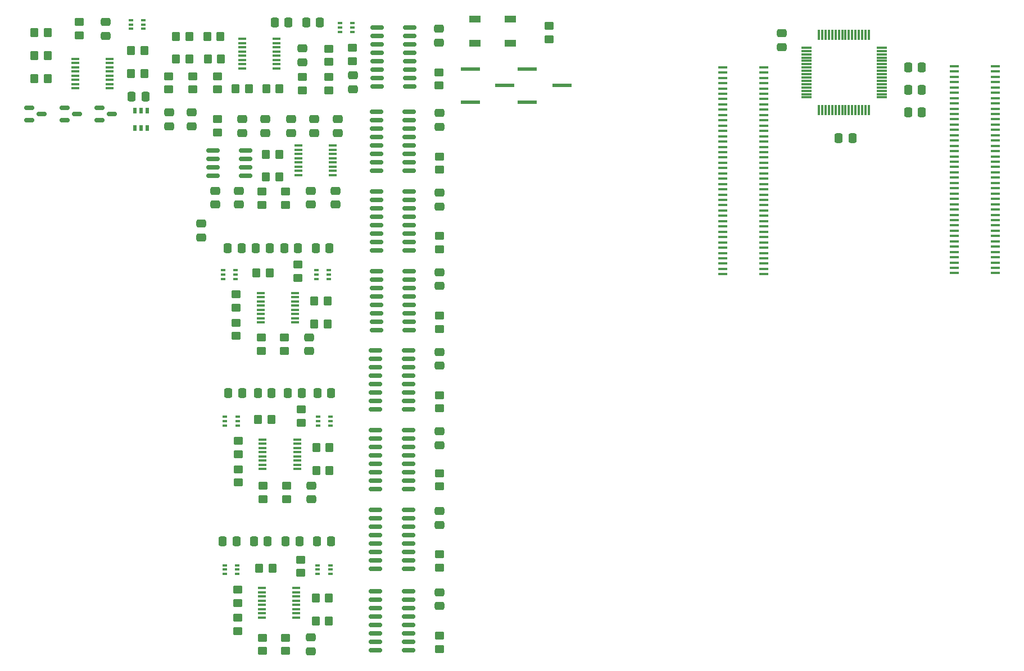
<source format=gbr>
%TF.GenerationSoftware,KiCad,Pcbnew,(6.0.8-1)-1*%
%TF.CreationDate,2022-11-09T12:39:36-05:00*%
%TF.ProjectId,HermEIS,4865726d-4549-4532-9e6b-696361645f70,rev?*%
%TF.SameCoordinates,Original*%
%TF.FileFunction,Paste,Top*%
%TF.FilePolarity,Positive*%
%FSLAX46Y46*%
G04 Gerber Fmt 4.6, Leading zero omitted, Abs format (unit mm)*
G04 Created by KiCad (PCBNEW (6.0.8-1)-1) date 2022-11-09 12:39:36*
%MOMM*%
%LPD*%
G01*
G04 APERTURE LIST*
G04 Aperture macros list*
%AMRoundRect*
0 Rectangle with rounded corners*
0 $1 Rounding radius*
0 $2 $3 $4 $5 $6 $7 $8 $9 X,Y pos of 4 corners*
0 Add a 4 corners polygon primitive as box body*
4,1,4,$2,$3,$4,$5,$6,$7,$8,$9,$2,$3,0*
0 Add four circle primitives for the rounded corners*
1,1,$1+$1,$2,$3*
1,1,$1+$1,$4,$5*
1,1,$1+$1,$6,$7*
1,1,$1+$1,$8,$9*
0 Add four rect primitives between the rounded corners*
20,1,$1+$1,$2,$3,$4,$5,0*
20,1,$1+$1,$4,$5,$6,$7,0*
20,1,$1+$1,$6,$7,$8,$9,0*
20,1,$1+$1,$8,$9,$2,$3,0*%
G04 Aperture macros list end*
%ADD10R,0.508000X0.876300*%
%ADD11RoundRect,0.250000X-0.350000X-0.450000X0.350000X-0.450000X0.350000X0.450000X-0.350000X0.450000X0*%
%ADD12RoundRect,0.250000X0.475000X-0.337500X0.475000X0.337500X-0.475000X0.337500X-0.475000X-0.337500X0*%
%ADD13RoundRect,0.250000X-0.337500X-0.475000X0.337500X-0.475000X0.337500X0.475000X-0.337500X0.475000X0*%
%ADD14R,1.447800X0.457200*%
%ADD15R,0.650000X0.400000*%
%ADD16RoundRect,0.250000X-0.475000X0.337500X-0.475000X-0.337500X0.475000X-0.337500X0.475000X0.337500X0*%
%ADD17RoundRect,0.250000X0.450000X-0.350000X0.450000X0.350000X-0.450000X0.350000X-0.450000X-0.350000X0*%
%ADD18RoundRect,0.250000X0.337500X0.475000X-0.337500X0.475000X-0.337500X-0.475000X0.337500X-0.475000X0*%
%ADD19R,2.971800X0.558800*%
%ADD20R,1.200000X0.400000*%
%ADD21RoundRect,0.150000X-0.825000X-0.150000X0.825000X-0.150000X0.825000X0.150000X-0.825000X0.150000X0*%
%ADD22RoundRect,0.250000X-0.450000X0.350000X-0.450000X-0.350000X0.450000X-0.350000X0.450000X0.350000X0*%
%ADD23R,1.701800X0.990600*%
%ADD24RoundRect,0.250000X0.350000X0.450000X-0.350000X0.450000X-0.350000X-0.450000X0.350000X-0.450000X0*%
%ADD25RoundRect,0.150000X-0.587500X-0.150000X0.587500X-0.150000X0.587500X0.150000X-0.587500X0.150000X0*%
%ADD26RoundRect,0.075000X-0.700000X-0.075000X0.700000X-0.075000X0.700000X0.075000X-0.700000X0.075000X0*%
%ADD27RoundRect,0.075000X-0.075000X-0.700000X0.075000X-0.700000X0.075000X0.700000X-0.075000X0.700000X0*%
G04 APERTURE END LIST*
D10*
%TO.C,U9*%
X49730200Y-47669450D03*
X50670000Y-47669450D03*
X51609800Y-47669450D03*
X51609800Y-45040550D03*
X50670000Y-45040550D03*
X49730200Y-45040550D03*
%TD*%
D11*
%TO.C,R46*%
X76970000Y-122005000D03*
X78970000Y-122005000D03*
%TD*%
D12*
%TO.C,C12*%
X45370000Y-33742500D03*
X45370000Y-31667500D03*
%TD*%
D13*
%TO.C,C15*%
X63732500Y-65755000D03*
X65807500Y-65755000D03*
%TD*%
D14*
%TO.C,J19*%
X144506100Y-38503050D03*
X138333900Y-38503050D03*
X144506100Y-39303150D03*
X138333900Y-39303150D03*
X144506100Y-40103250D03*
X138333900Y-40103250D03*
X144506100Y-40903350D03*
X138333900Y-40903350D03*
X144506100Y-41703450D03*
X138333900Y-41703450D03*
X144506100Y-42503550D03*
X138333900Y-42503550D03*
X144506100Y-43303650D03*
X138333900Y-43303650D03*
X144506100Y-44103750D03*
X138333900Y-44103750D03*
X144506100Y-44903850D03*
X138333900Y-44903850D03*
X144506100Y-45703950D03*
X138333900Y-45703950D03*
X144506100Y-46504050D03*
X138333900Y-46504050D03*
X144506100Y-47304150D03*
X138333900Y-47304150D03*
X144506100Y-48104250D03*
X138333900Y-48104250D03*
X144506100Y-48904350D03*
X138333900Y-48904350D03*
X144506100Y-49704450D03*
X138333900Y-49704450D03*
X144506100Y-50504550D03*
X138333900Y-50504550D03*
X144506100Y-51304650D03*
X138333900Y-51304650D03*
X144506100Y-52104750D03*
X138333900Y-52104750D03*
X144506100Y-52904850D03*
X138333900Y-52904850D03*
X144506100Y-53704950D03*
X138333900Y-53704950D03*
X144506100Y-54505050D03*
X138333900Y-54505050D03*
X144506100Y-55305150D03*
X138333900Y-55305150D03*
X144506100Y-56105250D03*
X138333900Y-56105250D03*
X144506100Y-56905350D03*
X138333900Y-56905350D03*
X144506100Y-57705450D03*
X138333900Y-57705450D03*
X144506100Y-58505550D03*
X138333900Y-58505550D03*
X144506100Y-59305650D03*
X138333900Y-59305650D03*
X144506100Y-60105750D03*
X138333900Y-60105750D03*
X144506100Y-60905850D03*
X138333900Y-60905850D03*
X144506100Y-61705950D03*
X138333900Y-61705950D03*
X144506100Y-62506050D03*
X138333900Y-62506050D03*
X144506100Y-63306150D03*
X138333900Y-63306150D03*
X144506100Y-64106250D03*
X138333900Y-64106250D03*
X144506100Y-64906350D03*
X138333900Y-64906350D03*
X144506100Y-65706450D03*
X138333900Y-65706450D03*
X144506100Y-66506550D03*
X138333900Y-66506550D03*
X144506100Y-67306650D03*
X138333900Y-67306650D03*
X144506100Y-68106750D03*
X138333900Y-68106750D03*
X144506100Y-68906850D03*
X138333900Y-68906850D03*
X144506100Y-69706950D03*
X138333900Y-69706950D03*
%TD*%
D12*
%TO.C,C9*%
X54870000Y-47392500D03*
X54870000Y-45317500D03*
%TD*%
D15*
%TO.C,U14*%
X77070000Y-69105000D03*
X77070000Y-69755000D03*
X77070000Y-70405000D03*
X78970000Y-70405000D03*
X78970000Y-69755000D03*
X78970000Y-69105000D03*
%TD*%
D16*
%TO.C,C46*%
X59770000Y-62077500D03*
X59770000Y-64152500D03*
%TD*%
D17*
%TO.C,R3*%
X95620000Y-53955000D03*
X95620000Y-51955000D03*
%TD*%
D11*
%TO.C,R30*%
X68320000Y-91605000D03*
X70320000Y-91605000D03*
%TD*%
D12*
%TO.C,C34*%
X73270000Y-48392500D03*
X73270000Y-46317500D03*
%TD*%
D18*
%TO.C,C30*%
X69757500Y-110005000D03*
X67682500Y-110005000D03*
%TD*%
D17*
%TO.C,R18*%
X68770000Y-81255000D03*
X68770000Y-79255000D03*
%TD*%
D13*
%TO.C,C28*%
X77182500Y-110005000D03*
X79257500Y-110005000D03*
%TD*%
D17*
%TO.C,R25*%
X65320000Y-101105000D03*
X65320000Y-99105000D03*
%TD*%
D19*
%TO.C,SW2*%
X100253800Y-38755000D03*
X105486200Y-41255000D03*
X100253800Y-43755000D03*
%TD*%
D13*
%TO.C,C20*%
X63820000Y-87605000D03*
X65895000Y-87605000D03*
%TD*%
D17*
%TO.C,R9*%
X95620000Y-126205000D03*
X95620000Y-124205000D03*
%TD*%
D11*
%TO.C,R34*%
X60720000Y-37255000D03*
X62720000Y-37255000D03*
%TD*%
D20*
%TO.C,U21*%
X68870000Y-117032500D03*
X68870000Y-117667500D03*
X68870000Y-118302500D03*
X68870000Y-118937500D03*
X68870000Y-119572500D03*
X68870000Y-120207500D03*
X68870000Y-120842500D03*
X68870000Y-121477500D03*
X74070000Y-121477500D03*
X74070000Y-120842500D03*
X74070000Y-120207500D03*
X74070000Y-119572500D03*
X74070000Y-118937500D03*
X74070000Y-118302500D03*
X74070000Y-117667500D03*
X74070000Y-117032500D03*
%TD*%
D17*
%TO.C,R53*%
X62170000Y-48355000D03*
X62170000Y-46355000D03*
%TD*%
D14*
%TO.C,J20*%
X179336100Y-38348050D03*
X173163900Y-38348050D03*
X179336100Y-39148150D03*
X173163900Y-39148150D03*
X179336100Y-39948250D03*
X173163900Y-39948250D03*
X179336100Y-40748350D03*
X173163900Y-40748350D03*
X179336100Y-41548450D03*
X173163900Y-41548450D03*
X179336100Y-42348550D03*
X173163900Y-42348550D03*
X179336100Y-43148650D03*
X173163900Y-43148650D03*
X179336100Y-43948750D03*
X173163900Y-43948750D03*
X179336100Y-44748850D03*
X173163900Y-44748850D03*
X179336100Y-45548950D03*
X173163900Y-45548950D03*
X179336100Y-46349050D03*
X173163900Y-46349050D03*
X179336100Y-47149150D03*
X173163900Y-47149150D03*
X179336100Y-47949250D03*
X173163900Y-47949250D03*
X179336100Y-48749350D03*
X173163900Y-48749350D03*
X179336100Y-49549450D03*
X173163900Y-49549450D03*
X179336100Y-50349550D03*
X173163900Y-50349550D03*
X179336100Y-51149650D03*
X173163900Y-51149650D03*
X179336100Y-51949750D03*
X173163900Y-51949750D03*
X179336100Y-52749850D03*
X173163900Y-52749850D03*
X179336100Y-53549950D03*
X173163900Y-53549950D03*
X179336100Y-54350050D03*
X173163900Y-54350050D03*
X179336100Y-55150150D03*
X173163900Y-55150150D03*
X179336100Y-55950250D03*
X173163900Y-55950250D03*
X179336100Y-56750350D03*
X173163900Y-56750350D03*
X179336100Y-57550450D03*
X173163900Y-57550450D03*
X179336100Y-58350550D03*
X173163900Y-58350550D03*
X179336100Y-59150650D03*
X173163900Y-59150650D03*
X179336100Y-59950750D03*
X173163900Y-59950750D03*
X179336100Y-60750850D03*
X173163900Y-60750850D03*
X179336100Y-61550950D03*
X173163900Y-61550950D03*
X179336100Y-62351050D03*
X173163900Y-62351050D03*
X179336100Y-63151150D03*
X173163900Y-63151150D03*
X179336100Y-63951250D03*
X173163900Y-63951250D03*
X179336100Y-64751350D03*
X173163900Y-64751350D03*
X179336100Y-65551450D03*
X173163900Y-65551450D03*
X179336100Y-66351550D03*
X173163900Y-66351550D03*
X179336100Y-67151650D03*
X173163900Y-67151650D03*
X179336100Y-67951750D03*
X173163900Y-67951750D03*
X179336100Y-68751850D03*
X173163900Y-68751850D03*
X179336100Y-69551950D03*
X173163900Y-69551950D03*
%TD*%
D21*
%TO.C,U5*%
X86015000Y-81230000D03*
X86015000Y-82500000D03*
X86015000Y-83770000D03*
X86015000Y-85040000D03*
X86015000Y-86310000D03*
X86015000Y-87580000D03*
X86015000Y-88850000D03*
X86015000Y-90120000D03*
X90965000Y-90120000D03*
X90965000Y-88850000D03*
X90965000Y-87580000D03*
X90965000Y-86310000D03*
X90965000Y-85040000D03*
X90965000Y-83770000D03*
X90965000Y-82500000D03*
X90965000Y-81230000D03*
%TD*%
D17*
%TO.C,R56*%
X62220000Y-41855000D03*
X62220000Y-39855000D03*
%TD*%
D11*
%TO.C,R33*%
X60620000Y-33855000D03*
X62620000Y-33855000D03*
%TD*%
D17*
%TO.C,R23*%
X74270000Y-70255000D03*
X74270000Y-68255000D03*
%TD*%
D11*
%TO.C,R12*%
X49170000Y-39455000D03*
X51170000Y-39455000D03*
%TD*%
D20*
%TO.C,U10*%
X40770000Y-37232500D03*
X40770000Y-37867500D03*
X40770000Y-38502500D03*
X40770000Y-39137500D03*
X40770000Y-39772500D03*
X40770000Y-40407500D03*
X40770000Y-41042500D03*
X40770000Y-41677500D03*
X45970000Y-41677500D03*
X45970000Y-41042500D03*
X45970000Y-40407500D03*
X45970000Y-39772500D03*
X45970000Y-39137500D03*
X45970000Y-38502500D03*
X45970000Y-37867500D03*
X45970000Y-37232500D03*
%TD*%
D22*
%TO.C,R16*%
X65020000Y-72755000D03*
X65020000Y-74755000D03*
%TD*%
D17*
%TO.C,R17*%
X65020000Y-79005000D03*
X65020000Y-77005000D03*
%TD*%
D11*
%TO.C,R47*%
X68470000Y-114005000D03*
X70470000Y-114005000D03*
%TD*%
D22*
%TO.C,R24*%
X65320000Y-94855000D03*
X65320000Y-96855000D03*
%TD*%
D16*
%TO.C,C13*%
X76020000Y-79217500D03*
X76020000Y-81292500D03*
%TD*%
D11*
%TO.C,R28*%
X77070000Y-95855000D03*
X79070000Y-95855000D03*
%TD*%
%TO.C,R20*%
X76770000Y-73755000D03*
X78770000Y-73755000D03*
%TD*%
D16*
%TO.C,C25*%
X74970000Y-35667500D03*
X74970000Y-37742500D03*
%TD*%
D17*
%TO.C,R49*%
X72470000Y-59255000D03*
X72470000Y-57255000D03*
%TD*%
D18*
%TO.C,C17*%
X74307500Y-65755000D03*
X72232500Y-65755000D03*
%TD*%
D12*
%TO.C,C42*%
X76770000Y-48392500D03*
X76770000Y-46317500D03*
%TD*%
D11*
%TO.C,R52*%
X69470000Y-55055000D03*
X71470000Y-55055000D03*
%TD*%
D16*
%TO.C,C4*%
X95620000Y-93417500D03*
X95620000Y-95492500D03*
%TD*%
D17*
%TO.C,R6*%
X95620000Y-65955000D03*
X95620000Y-63955000D03*
%TD*%
%TO.C,R42*%
X65220000Y-123505000D03*
X65220000Y-121505000D03*
%TD*%
D16*
%TO.C,C3*%
X95620000Y-45417500D03*
X95620000Y-47492500D03*
%TD*%
%TO.C,C8*%
X95620000Y-105417500D03*
X95620000Y-107492500D03*
%TD*%
D23*
%TO.C,SW1*%
X106261600Y-34924999D03*
X100978400Y-34924999D03*
X106261600Y-31225001D03*
X100978400Y-31225001D03*
%TD*%
D11*
%TO.C,R10*%
X49170000Y-35955000D03*
X51170000Y-35955000D03*
%TD*%
%TO.C,R35*%
X64920000Y-41755000D03*
X66920000Y-41755000D03*
%TD*%
D15*
%TO.C,U12*%
X63020000Y-69105000D03*
X63020000Y-69755000D03*
X63020000Y-70405000D03*
X64920000Y-70405000D03*
X64920000Y-69755000D03*
X64920000Y-69105000D03*
%TD*%
%TO.C,U11*%
X49120000Y-31405000D03*
X49120000Y-32055000D03*
X49120000Y-32705000D03*
X51020000Y-32705000D03*
X51020000Y-32055000D03*
X51020000Y-31405000D03*
%TD*%
D21*
%TO.C,U8*%
X86015000Y-117480000D03*
X86015000Y-118750000D03*
X86015000Y-120020000D03*
X86015000Y-121290000D03*
X86015000Y-122560000D03*
X86015000Y-123830000D03*
X86015000Y-125100000D03*
X86015000Y-126370000D03*
X90965000Y-126370000D03*
X90965000Y-125100000D03*
X90965000Y-123830000D03*
X90965000Y-122560000D03*
X90965000Y-121290000D03*
X90965000Y-120020000D03*
X90965000Y-118750000D03*
X90965000Y-117480000D03*
%TD*%
D17*
%TO.C,R1*%
X95570000Y-41255000D03*
X95570000Y-39255000D03*
%TD*%
D13*
%TO.C,C19*%
X77245000Y-87605000D03*
X79320000Y-87605000D03*
%TD*%
D24*
%TO.C,R54*%
X57920000Y-37255000D03*
X55920000Y-37255000D03*
%TD*%
D15*
%TO.C,U17*%
X77320000Y-91205000D03*
X77320000Y-91855000D03*
X77320000Y-92505000D03*
X79220000Y-92505000D03*
X79220000Y-91855000D03*
X79220000Y-91205000D03*
%TD*%
D25*
%TO.C,D2*%
X39132500Y-44605000D03*
X39132500Y-46505000D03*
X41007500Y-45555000D03*
%TD*%
D21*
%TO.C,U1*%
X86195000Y-32510000D03*
X86195000Y-33780000D03*
X86195000Y-35050000D03*
X86195000Y-36320000D03*
X86195000Y-37590000D03*
X86195000Y-38860000D03*
X86195000Y-40130000D03*
X86195000Y-41400000D03*
X91145000Y-41400000D03*
X91145000Y-40130000D03*
X91145000Y-38860000D03*
X91145000Y-37590000D03*
X91145000Y-36320000D03*
X91145000Y-35050000D03*
X91145000Y-33780000D03*
X91145000Y-32510000D03*
%TD*%
D17*
%TO.C,R4*%
X95620000Y-101705000D03*
X95620000Y-99705000D03*
%TD*%
D16*
%TO.C,C35*%
X147170000Y-33387500D03*
X147170000Y-35462500D03*
%TD*%
D17*
%TO.C,R5*%
X112120000Y-34275000D03*
X112120000Y-32275000D03*
%TD*%
%TO.C,R48*%
X74720000Y-114755000D03*
X74720000Y-112755000D03*
%TD*%
%TO.C,R43*%
X68970000Y-126505000D03*
X68970000Y-124505000D03*
%TD*%
D12*
%TO.C,C39*%
X79970000Y-59192500D03*
X79970000Y-57117500D03*
%TD*%
D11*
%TO.C,R11*%
X34620000Y-33255000D03*
X36620000Y-33255000D03*
%TD*%
D15*
%TO.C,U19*%
X80632500Y-31855000D03*
X80632500Y-32505000D03*
X80632500Y-33155000D03*
X82532500Y-33155000D03*
X82532500Y-32505000D03*
X82532500Y-31855000D03*
%TD*%
D21*
%TO.C,U6*%
X86015000Y-93230000D03*
X86015000Y-94500000D03*
X86015000Y-95770000D03*
X86015000Y-97040000D03*
X86015000Y-98310000D03*
X86015000Y-99580000D03*
X86015000Y-100850000D03*
X86015000Y-102120000D03*
X90965000Y-102120000D03*
X90965000Y-100850000D03*
X90965000Y-99580000D03*
X90965000Y-98310000D03*
X90965000Y-97040000D03*
X90965000Y-95770000D03*
X90965000Y-94500000D03*
X90965000Y-93230000D03*
%TD*%
D17*
%TO.C,R38*%
X78970000Y-41955000D03*
X78970000Y-39955000D03*
%TD*%
D16*
%TO.C,C26*%
X82570000Y-39717500D03*
X82570000Y-41792500D03*
%TD*%
D17*
%TO.C,R44*%
X72470000Y-126505000D03*
X72470000Y-124505000D03*
%TD*%
D15*
%TO.C,U22*%
X77270000Y-113605000D03*
X77270000Y-114255000D03*
X77270000Y-114905000D03*
X79170000Y-114905000D03*
X79170000Y-114255000D03*
X79170000Y-113605000D03*
%TD*%
D20*
%TO.C,U25*%
X74370000Y-50332500D03*
X74370000Y-50967500D03*
X74370000Y-51602500D03*
X74370000Y-52237500D03*
X74370000Y-52872500D03*
X74370000Y-53507500D03*
X74370000Y-54142500D03*
X74370000Y-54777500D03*
X79570000Y-54777500D03*
X79570000Y-54142500D03*
X79570000Y-53507500D03*
X79570000Y-52872500D03*
X79570000Y-52237500D03*
X79570000Y-51602500D03*
X79570000Y-50967500D03*
X79570000Y-50332500D03*
%TD*%
D13*
%TO.C,C44*%
X166212500Y-45300000D03*
X168287500Y-45300000D03*
%TD*%
D11*
%TO.C,R51*%
X69470000Y-51655000D03*
X71470000Y-51655000D03*
%TD*%
D17*
%TO.C,R8*%
X95620000Y-77955000D03*
X95620000Y-75955000D03*
%TD*%
D16*
%TO.C,C11*%
X95620000Y-117667500D03*
X95620000Y-119742500D03*
%TD*%
D24*
%TO.C,R14*%
X36620000Y-40205000D03*
X34620000Y-40205000D03*
%TD*%
D17*
%TO.C,R55*%
X54820000Y-41855000D03*
X54820000Y-39855000D03*
%TD*%
D16*
%TO.C,C27*%
X76220000Y-124467500D03*
X76220000Y-126542500D03*
%TD*%
D11*
%TO.C,R36*%
X69520000Y-41755000D03*
X71520000Y-41755000D03*
%TD*%
D21*
%TO.C,U3*%
X86145000Y-57230000D03*
X86145000Y-58500000D03*
X86145000Y-59770000D03*
X86145000Y-61040000D03*
X86145000Y-62310000D03*
X86145000Y-63580000D03*
X86145000Y-64850000D03*
X86145000Y-66120000D03*
X91095000Y-66120000D03*
X91095000Y-64850000D03*
X91095000Y-63580000D03*
X91095000Y-62310000D03*
X91095000Y-61040000D03*
X91095000Y-59770000D03*
X91095000Y-58500000D03*
X91095000Y-57230000D03*
%TD*%
D13*
%TO.C,C29*%
X62970000Y-110005000D03*
X65045000Y-110005000D03*
%TD*%
D16*
%TO.C,C18*%
X76320000Y-101567500D03*
X76320000Y-103642500D03*
%TD*%
D18*
%TO.C,C16*%
X70057500Y-65755000D03*
X67982500Y-65755000D03*
%TD*%
D12*
%TO.C,C43*%
X80270000Y-48392500D03*
X80270000Y-46317500D03*
%TD*%
D26*
%TO.C,U24*%
X150875000Y-35550000D03*
X150875000Y-36050000D03*
X150875000Y-36550000D03*
X150875000Y-37050000D03*
X150875000Y-37550000D03*
X150875000Y-38050000D03*
X150875000Y-38550000D03*
X150875000Y-39050000D03*
X150875000Y-39550000D03*
X150875000Y-40050000D03*
X150875000Y-40550000D03*
X150875000Y-41050000D03*
X150875000Y-41550000D03*
X150875000Y-42050000D03*
X150875000Y-42550000D03*
X150875000Y-43050000D03*
D27*
X152800000Y-44975000D03*
X153300000Y-44975000D03*
X153800000Y-44975000D03*
X154300000Y-44975000D03*
X154800000Y-44975000D03*
X155300000Y-44975000D03*
X155800000Y-44975000D03*
X156300000Y-44975000D03*
X156800000Y-44975000D03*
X157300000Y-44975000D03*
X157800000Y-44975000D03*
X158300000Y-44975000D03*
X158800000Y-44975000D03*
X159300000Y-44975000D03*
X159800000Y-44975000D03*
X160300000Y-44975000D03*
D26*
X162225000Y-43050000D03*
X162225000Y-42550000D03*
X162225000Y-42050000D03*
X162225000Y-41550000D03*
X162225000Y-41050000D03*
X162225000Y-40550000D03*
X162225000Y-40050000D03*
X162225000Y-39550000D03*
X162225000Y-39050000D03*
X162225000Y-38550000D03*
X162225000Y-38050000D03*
X162225000Y-37550000D03*
X162225000Y-37050000D03*
X162225000Y-36550000D03*
X162225000Y-36050000D03*
X162225000Y-35550000D03*
D27*
X160300000Y-33625000D03*
X159800000Y-33625000D03*
X159300000Y-33625000D03*
X158800000Y-33625000D03*
X158300000Y-33625000D03*
X157800000Y-33625000D03*
X157300000Y-33625000D03*
X156800000Y-33625000D03*
X156300000Y-33625000D03*
X155800000Y-33625000D03*
X155300000Y-33625000D03*
X154800000Y-33625000D03*
X154300000Y-33625000D03*
X153800000Y-33625000D03*
X153300000Y-33625000D03*
X152800000Y-33625000D03*
%TD*%
D15*
%TO.C,U15*%
X63320000Y-91205000D03*
X63320000Y-91855000D03*
X63320000Y-92505000D03*
X65220000Y-92505000D03*
X65220000Y-91855000D03*
X65220000Y-91205000D03*
%TD*%
D17*
%TO.C,R19*%
X72270000Y-81255000D03*
X72270000Y-79255000D03*
%TD*%
D18*
%TO.C,C22*%
X74857500Y-87605000D03*
X72782500Y-87605000D03*
%TD*%
D16*
%TO.C,C1*%
X95570000Y-32717500D03*
X95570000Y-34792500D03*
%TD*%
D17*
%TO.C,R31*%
X74820000Y-92105000D03*
X74820000Y-90105000D03*
%TD*%
%TO.C,R57*%
X58420000Y-41855000D03*
X58420000Y-39855000D03*
%TD*%
D18*
%TO.C,C23*%
X77620000Y-31755000D03*
X75545000Y-31755000D03*
%TD*%
D11*
%TO.C,R32*%
X55920000Y-33855000D03*
X57920000Y-33855000D03*
%TD*%
D21*
%TO.C,U4*%
X86145000Y-69230000D03*
X86145000Y-70500000D03*
X86145000Y-71770000D03*
X86145000Y-73040000D03*
X86145000Y-74310000D03*
X86145000Y-75580000D03*
X86145000Y-76850000D03*
X86145000Y-78120000D03*
X91095000Y-78120000D03*
X91095000Y-76850000D03*
X91095000Y-75580000D03*
X91095000Y-74310000D03*
X91095000Y-73040000D03*
X91095000Y-71770000D03*
X91095000Y-70500000D03*
X91095000Y-69230000D03*
%TD*%
D11*
%TO.C,R45*%
X76970000Y-118505000D03*
X78970000Y-118505000D03*
%TD*%
D12*
%TO.C,C6*%
X58270000Y-47392500D03*
X58270000Y-45317500D03*
%TD*%
D11*
%TO.C,R29*%
X77070000Y-99355000D03*
X79070000Y-99355000D03*
%TD*%
D17*
%TO.C,R50*%
X68870000Y-59255000D03*
X68870000Y-57255000D03*
%TD*%
D20*
%TO.C,U13*%
X68670000Y-72532500D03*
X68670000Y-73167500D03*
X68670000Y-73802500D03*
X68670000Y-74437500D03*
X68670000Y-75072500D03*
X68670000Y-75707500D03*
X68670000Y-76342500D03*
X68670000Y-76977500D03*
X73870000Y-76977500D03*
X73870000Y-76342500D03*
X73870000Y-75707500D03*
X73870000Y-75072500D03*
X73870000Y-74437500D03*
X73870000Y-73802500D03*
X73870000Y-73167500D03*
X73870000Y-72532500D03*
%TD*%
D17*
%TO.C,R2*%
X95620000Y-89955000D03*
X95620000Y-87955000D03*
%TD*%
D11*
%TO.C,R21*%
X76770000Y-77255000D03*
X78770000Y-77255000D03*
%TD*%
D21*
%TO.C,U7*%
X86015000Y-105260000D03*
X86015000Y-106530000D03*
X86015000Y-107800000D03*
X86015000Y-109070000D03*
X86015000Y-110340000D03*
X86015000Y-111610000D03*
X86015000Y-112880000D03*
X86015000Y-114150000D03*
X90965000Y-114150000D03*
X90965000Y-112880000D03*
X90965000Y-111610000D03*
X90965000Y-110340000D03*
X90965000Y-109070000D03*
X90965000Y-107800000D03*
X90965000Y-106530000D03*
X90965000Y-105260000D03*
%TD*%
D22*
%TO.C,R41*%
X65220000Y-117255000D03*
X65220000Y-119255000D03*
%TD*%
D13*
%TO.C,C36*%
X155762500Y-49200000D03*
X157837500Y-49200000D03*
%TD*%
D17*
%TO.C,R26*%
X69070000Y-103605000D03*
X69070000Y-101605000D03*
%TD*%
%TO.C,R7*%
X95620000Y-113955000D03*
X95620000Y-111955000D03*
%TD*%
D13*
%TO.C,C45*%
X166212500Y-41925000D03*
X168287500Y-41925000D03*
%TD*%
D17*
%TO.C,R15*%
X41370000Y-33705000D03*
X41370000Y-31705000D03*
%TD*%
D20*
%TO.C,U18*%
X65870000Y-34232500D03*
X65870000Y-34867500D03*
X65870000Y-35502500D03*
X65870000Y-36137500D03*
X65870000Y-36772500D03*
X65870000Y-37407500D03*
X65870000Y-38042500D03*
X65870000Y-38677500D03*
X71070000Y-38677500D03*
X71070000Y-38042500D03*
X71070000Y-37407500D03*
X71070000Y-36772500D03*
X71070000Y-36137500D03*
X71070000Y-35502500D03*
X71070000Y-34867500D03*
X71070000Y-34232500D03*
%TD*%
D25*
%TO.C,D3*%
X44432500Y-44605000D03*
X44432500Y-46505000D03*
X46307500Y-45555000D03*
%TD*%
%TO.C,D1*%
X33832500Y-44605000D03*
X33832500Y-46505000D03*
X35707500Y-45555000D03*
%TD*%
D16*
%TO.C,C2*%
X95620000Y-81417500D03*
X95620000Y-83492500D03*
%TD*%
%TO.C,C10*%
X95620000Y-69417500D03*
X95620000Y-71492500D03*
%TD*%
D13*
%TO.C,C14*%
X76982500Y-65755000D03*
X79057500Y-65755000D03*
%TD*%
%TO.C,C24*%
X70782500Y-31755000D03*
X72857500Y-31755000D03*
%TD*%
%TO.C,C5*%
X49232500Y-42955000D03*
X51307500Y-42955000D03*
%TD*%
D18*
%TO.C,C21*%
X70320000Y-87605000D03*
X68245000Y-87605000D03*
%TD*%
D22*
%TO.C,R39*%
X78970000Y-35705000D03*
X78970000Y-37705000D03*
%TD*%
D21*
%TO.C,U23*%
X61495000Y-51050000D03*
X61495000Y-52320000D03*
X61495000Y-53590000D03*
X61495000Y-54860000D03*
X66445000Y-54860000D03*
X66445000Y-53590000D03*
X66445000Y-52320000D03*
X66445000Y-51050000D03*
%TD*%
D12*
%TO.C,C38*%
X65370000Y-59192500D03*
X65370000Y-57117500D03*
%TD*%
D11*
%TO.C,R22*%
X68020000Y-69505000D03*
X70020000Y-69505000D03*
%TD*%
D12*
%TO.C,C32*%
X65870000Y-48392500D03*
X65870000Y-46317500D03*
%TD*%
D17*
%TO.C,R27*%
X72570000Y-103605000D03*
X72570000Y-101605000D03*
%TD*%
D18*
%TO.C,C31*%
X74545000Y-110005000D03*
X72470000Y-110005000D03*
%TD*%
D16*
%TO.C,C41*%
X76270000Y-57117500D03*
X76270000Y-59192500D03*
%TD*%
%TO.C,C7*%
X95620000Y-57417500D03*
X95620000Y-59492500D03*
%TD*%
%TO.C,C40*%
X61870000Y-57117500D03*
X61870000Y-59192500D03*
%TD*%
D19*
%TO.C,SW3*%
X108853800Y-38755000D03*
X114086200Y-41255000D03*
X108853800Y-43755000D03*
%TD*%
D20*
%TO.C,U16*%
X68970000Y-94632500D03*
X68970000Y-95267500D03*
X68970000Y-95902500D03*
X68970000Y-96537500D03*
X68970000Y-97172500D03*
X68970000Y-97807500D03*
X68970000Y-98442500D03*
X68970000Y-99077500D03*
X74170000Y-99077500D03*
X74170000Y-98442500D03*
X74170000Y-97807500D03*
X74170000Y-97172500D03*
X74170000Y-96537500D03*
X74170000Y-95902500D03*
X74170000Y-95267500D03*
X74170000Y-94632500D03*
%TD*%
D11*
%TO.C,R13*%
X34620000Y-36730000D03*
X36620000Y-36730000D03*
%TD*%
D15*
%TO.C,U20*%
X63270000Y-113605000D03*
X63270000Y-114255000D03*
X63270000Y-114905000D03*
X65170000Y-114905000D03*
X65170000Y-114255000D03*
X65170000Y-113605000D03*
%TD*%
D13*
%TO.C,C37*%
X166212500Y-38550000D03*
X168287500Y-38550000D03*
%TD*%
D17*
%TO.C,R37*%
X74970000Y-41955000D03*
X74970000Y-39955000D03*
%TD*%
D12*
%TO.C,C33*%
X69370000Y-48392500D03*
X69370000Y-46317500D03*
%TD*%
D21*
%TO.C,U2*%
X86145000Y-45230000D03*
X86145000Y-46500000D03*
X86145000Y-47770000D03*
X86145000Y-49040000D03*
X86145000Y-50310000D03*
X86145000Y-51580000D03*
X86145000Y-52850000D03*
X86145000Y-54120000D03*
X91095000Y-54120000D03*
X91095000Y-52850000D03*
X91095000Y-51580000D03*
X91095000Y-50310000D03*
X91095000Y-49040000D03*
X91095000Y-47770000D03*
X91095000Y-46500000D03*
X91095000Y-45230000D03*
%TD*%
D17*
%TO.C,R40*%
X82470000Y-37555000D03*
X82470000Y-35555000D03*
%TD*%
M02*

</source>
